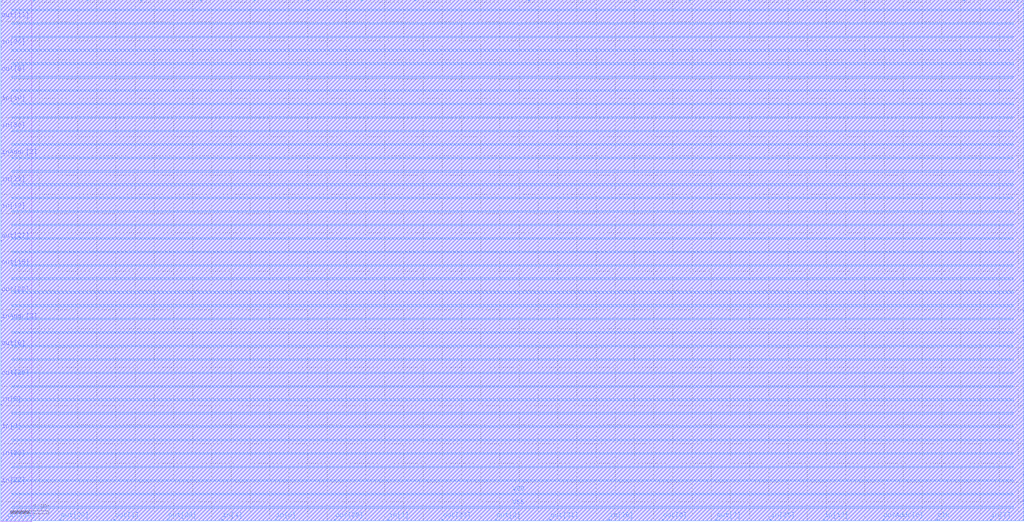
<source format=lef>
VERSION 5.8 ;
BUSBITCHARS "[]" ;
DIVIDERCHAR "/" ;
UNITS
    DATABASE MICRONS 2000 ;
END UNITS

MACRO memMod_dist_2
  FOREIGN memMod_dist_2 0 0 ;
  CLASS BLOCK ;
  SIZE 106.57 BY 54.285 ;
  PIN VSS
    USE GROUND ;
    DIRECTION INOUT ;
    PORT
      LAYER metal4 ;
        RECT  1.14 51.715 105.45 51.885 ;
        RECT  1.14 48.915 105.45 49.085 ;
        RECT  1.14 46.115 105.45 46.285 ;
        RECT  1.14 43.315 105.45 43.485 ;
        RECT  1.14 40.515 105.45 40.685 ;
        RECT  1.14 37.715 105.45 37.885 ;
        RECT  1.14 34.915 105.45 35.085 ;
        RECT  1.14 32.115 105.45 32.285 ;
        RECT  1.14 29.315 105.45 29.485 ;
        RECT  1.14 26.515 105.45 26.685 ;
        RECT  1.14 23.715 105.45 23.885 ;
        RECT  1.14 20.915 105.45 21.085 ;
        RECT  1.14 18.115 105.45 18.285 ;
        RECT  1.14 15.315 105.45 15.485 ;
        RECT  1.14 12.515 105.45 12.685 ;
        RECT  1.14 9.715 105.45 9.885 ;
        RECT  1.14 6.915 105.45 7.085 ;
        RECT  1.14 4.115 105.45 4.285 ;
        RECT  1.14 1.315 105.45 1.485 ;
    END
  END VSS
  PIN VDD
    USE POWER ;
    DIRECTION INOUT ;
    PORT
      LAYER metal4 ;
        RECT  1.14 53.115 105.45 53.285 ;
        RECT  1.14 50.315 105.45 50.485 ;
        RECT  1.14 47.515 105.45 47.685 ;
        RECT  1.14 44.715 105.45 44.885 ;
        RECT  1.14 41.915 105.45 42.085 ;
        RECT  1.14 39.115 105.45 39.285 ;
        RECT  1.14 36.315 105.45 36.485 ;
        RECT  1.14 33.515 105.45 33.685 ;
        RECT  1.14 30.715 105.45 30.885 ;
        RECT  1.14 27.915 105.45 28.085 ;
        RECT  1.14 25.115 105.45 25.285 ;
        RECT  1.14 22.315 105.45 22.485 ;
        RECT  1.14 19.515 105.45 19.685 ;
        RECT  1.14 16.715 105.45 16.885 ;
        RECT  1.14 13.915 105.45 14.085 ;
        RECT  1.14 11.115 105.45 11.285 ;
        RECT  1.14 8.315 105.45 8.485 ;
        RECT  1.14 5.515 105.45 5.685 ;
        RECT  1.14 2.715 105.45 2.885 ;
    END
  END VDD
  PIN clk
    DIRECTION INPUT ;
    USE SIGNAL ;
    PORT
      LAYER metal4 ;
        RECT  97.465 0 97.605 0.14 ;
    END
  END clk
  PIN inAddr[0]
    DIRECTION INPUT ;
    USE SIGNAL ;
    PORT
      LAYER metal3 ;
        RECT  106.5 10.675 106.57 10.745 ;
    END
  END inAddr[0]
  PIN inAddr[1]
    DIRECTION INPUT ;
    USE SIGNAL ;
    PORT
      LAYER metal3 ;
        RECT  106.5 33.355 106.57 33.425 ;
    END
  END inAddr[1]
  PIN inAddr[2]
    DIRECTION INPUT ;
    USE SIGNAL ;
    PORT
      LAYER metal3 ;
        RECT  0 37.835 0.07 37.905 ;
    END
  END inAddr[2]
  PIN inAddr[3]
    DIRECTION INPUT ;
    USE SIGNAL ;
    PORT
      LAYER metal3 ;
        RECT  0 20.755 0.07 20.825 ;
    END
  END inAddr[3]
  PIN in[0]
    DIRECTION INPUT ;
    USE SIGNAL ;
    PORT
      LAYER metal4 ;
        RECT  28.585 0 28.725 0.14 ;
    END
  END in[0]
  PIN in[10]
    DIRECTION INPUT ;
    USE SIGNAL ;
    PORT
      LAYER metal4 ;
        RECT  77.865 54.145 78.005 54.285 ;
    END
  END in[10]
  PIN in[11]
    DIRECTION INPUT ;
    USE SIGNAL ;
    PORT
      LAYER metal4 ;
        RECT  105.865 54.145 106.005 54.285 ;
    END
  END in[11]
  PIN in[12]
    DIRECTION INPUT ;
    USE SIGNAL ;
    PORT
      LAYER metal3 ;
        RECT  0 32.235 0.07 32.305 ;
    END
  END in[12]
  PIN in[13]
    DIRECTION INPUT ;
    USE SIGNAL ;
    PORT
      LAYER metal4 ;
        RECT  85.705 0 85.845 0.14 ;
    END
  END in[13]
  PIN in[14]
    DIRECTION INPUT ;
    USE SIGNAL ;
    PORT
      LAYER metal3 ;
        RECT  106.5 7.595 106.57 7.665 ;
    END
  END in[14]
  PIN in[15]
    DIRECTION INPUT ;
    USE SIGNAL ;
    PORT
      LAYER metal3 ;
        RECT  106.5 16.275 106.57 16.345 ;
    END
  END in[15]
  PIN in[16]
    DIRECTION INPUT ;
    USE SIGNAL ;
    PORT
      LAYER metal3 ;
        RECT  106.5 39.235 106.57 39.305 ;
    END
  END in[16]
  PIN in[17]
    DIRECTION INPUT ;
    USE SIGNAL ;
    PORT
      LAYER metal3 ;
        RECT  106.5 42.035 106.57 42.105 ;
    END
  END in[17]
  PIN in[18]
    DIRECTION INPUT ;
    USE SIGNAL ;
    PORT
      LAYER metal4 ;
        RECT  37.545 54.145 37.685 54.285 ;
    END
  END in[18]
  PIN in[19]
    DIRECTION INPUT ;
    USE SIGNAL ;
    PORT
      LAYER metal3 ;
        RECT  0 43.435 0.07 43.505 ;
    END
  END in[19]
  PIN in[1]
    DIRECTION INPUT ;
    USE SIGNAL ;
    PORT
      LAYER metal4 ;
        RECT  40.345 0 40.485 0.14 ;
    END
  END in[1]
  PIN in[20]
    DIRECTION INPUT ;
    USE SIGNAL ;
    PORT
      LAYER metal3 ;
        RECT  0 6.475 0.07 6.545 ;
    END
  END in[20]
  PIN in[21]
    DIRECTION INPUT ;
    USE SIGNAL ;
    PORT
      LAYER metal3 ;
        RECT  106.5 13.475 106.57 13.545 ;
    END
  END in[21]
  PIN in[22]
    DIRECTION INPUT ;
    USE SIGNAL ;
    PORT
      LAYER metal3 ;
        RECT  0 3.675 0.07 3.745 ;
    END
  END in[22]
  PIN in[23]
    DIRECTION INPUT ;
    USE SIGNAL ;
    PORT
      LAYER metal3 ;
        RECT  106.5 30.555 106.57 30.625 ;
    END
  END in[23]
  PIN in[24]
    DIRECTION INPUT ;
    USE SIGNAL ;
    PORT
      LAYER metal3 ;
        RECT  106.5 36.155 106.57 36.225 ;
    END
  END in[24]
  PIN in[25]
    DIRECTION INPUT ;
    USE SIGNAL ;
    PORT
      LAYER metal4 ;
        RECT  80.105 0 80.245 0.14 ;
    END
  END in[25]
  PIN in[26]
    DIRECTION INPUT ;
    USE SIGNAL ;
    PORT
      LAYER metal3 ;
        RECT  0 49.315 0.07 49.385 ;
    END
  END in[26]
  PIN in[27]
    DIRECTION INPUT ;
    USE SIGNAL ;
    PORT
      LAYER metal4 ;
        RECT  20.745 54.145 20.885 54.285 ;
    END
  END in[27]
  PIN in[28]
    DIRECTION INPUT ;
    USE SIGNAL ;
    PORT
      LAYER metal4 ;
        RECT  63.305 0 63.445 0.14 ;
    END
  END in[28]
  PIN in[29]
    DIRECTION INPUT ;
    USE SIGNAL ;
    PORT
      LAYER metal3 ;
        RECT  0 35.035 0.07 35.105 ;
    END
  END in[29]
  PIN in[2]
    DIRECTION INPUT ;
    USE SIGNAL ;
    PORT
      LAYER metal4 ;
        RECT  8.985 54.145 9.125 54.285 ;
    END
  END in[2]
  PIN in[30]
    DIRECTION INPUT ;
    USE SIGNAL ;
    PORT
      LAYER metal3 ;
        RECT  0 40.635 0.07 40.705 ;
    END
  END in[30]
  PIN in[31]
    DIRECTION INPUT ;
    USE SIGNAL ;
    PORT
      LAYER metal4 ;
        RECT  71.705 54.145 71.845 54.285 ;
    END
  END in[31]
  PIN in[3]
    DIRECTION INPUT ;
    USE SIGNAL ;
    PORT
      LAYER metal3 ;
        RECT  0 9.275 0.07 9.345 ;
    END
  END in[3]
  PIN in[4]
    DIRECTION INPUT ;
    USE SIGNAL ;
    PORT
      LAYER metal4 ;
        RECT  22.985 0 23.125 0.14 ;
    END
  END in[4]
  PIN in[5]
    DIRECTION INPUT ;
    USE SIGNAL ;
    PORT
      LAYER metal3 ;
        RECT  0 12.075 0.07 12.145 ;
    END
  END in[5]
  PIN in[6]
    DIRECTION INPUT ;
    USE SIGNAL ;
    PORT
      LAYER metal4 ;
        RECT  3.385 54.145 3.525 54.285 ;
    END
  END in[6]
  PIN in[7]
    DIRECTION INPUT ;
    USE SIGNAL ;
    PORT
      LAYER metal4 ;
        RECT  103.065 0 103.205 0.14 ;
    END
  END in[7]
  PIN in[8]
    DIRECTION INPUT ;
    USE SIGNAL ;
    PORT
      LAYER metal4 ;
        RECT  49.305 54.145 49.445 54.285 ;
    END
  END in[8]
  PIN in[9]
    DIRECTION INPUT ;
    USE SIGNAL ;
    PORT
      LAYER metal4 ;
        RECT  100.265 54.145 100.405 54.285 ;
    END
  END in[9]
  PIN outAddr[0]
    DIRECTION INPUT ;
    USE SIGNAL ;
    PORT
      LAYER metal4 ;
        RECT  91.865 0 92.005 0.14 ;
    END
  END outAddr[0]
  PIN outAddr[1]
    DIRECTION INPUT ;
    USE SIGNAL ;
    PORT
      LAYER metal4 ;
        RECT  54.905 54.145 55.045 54.285 ;
    END
  END outAddr[1]
  PIN outAddr[2]
    DIRECTION INPUT ;
    USE SIGNAL ;
    PORT
      LAYER metal3 ;
        RECT  106.5 4.795 106.57 4.865 ;
    END
  END outAddr[2]
  PIN outAddr[3]
    DIRECTION INPUT ;
    USE SIGNAL ;
    PORT
      LAYER metal3 ;
        RECT  106.5 19.075 106.57 19.145 ;
    END
  END outAddr[3]
  PIN out[0]
    DIRECTION OUTPUT ;
    USE SIGNAL ;
    PORT
      LAYER metal4 ;
        RECT  68.905 0 69.045 0.14 ;
    END
  END out[0]
  PIN out[10]
    DIRECTION OUTPUT ;
    USE SIGNAL ;
    PORT
      LAYER metal3 ;
        RECT  106.5 21.875 106.57 21.945 ;
    END
  END out[10]
  PIN out[11]
    DIRECTION OUTPUT ;
    USE SIGNAL ;
    PORT
      LAYER metal4 ;
        RECT  43.145 54.145 43.285 54.285 ;
    END
  END out[11]
  PIN out[12]
    DIRECTION OUTPUT ;
    USE SIGNAL ;
    PORT
      LAYER metal4 ;
        RECT  66.105 54.145 66.245 54.285 ;
    END
  END out[12]
  PIN out[13]
    DIRECTION OUTPUT ;
    USE SIGNAL ;
    PORT
      LAYER metal3 ;
        RECT  0 52.115 0.07 52.185 ;
    END
  END out[13]
  PIN out[14]
    DIRECTION OUTPUT ;
    USE SIGNAL ;
    PORT
      LAYER metal4 ;
        RECT  0.585 0 0.725 0.14 ;
    END
  END out[14]
  PIN out[15]
    DIRECTION OUTPUT ;
    USE SIGNAL ;
    PORT
      LAYER metal3 ;
        RECT  0 26.355 0.07 26.425 ;
    END
  END out[15]
  PIN out[16]
    DIRECTION OUTPUT ;
    USE SIGNAL ;
    PORT
      LAYER metal4 ;
        RECT  60.505 54.145 60.645 54.285 ;
    END
  END out[16]
  PIN out[17]
    DIRECTION OUTPUT ;
    USE SIGNAL ;
    PORT
      LAYER metal4 ;
        RECT  83.465 54.145 83.605 54.285 ;
    END
  END out[17]
  PIN out[18]
    DIRECTION OUTPUT ;
    USE SIGNAL ;
    PORT
      LAYER metal3 ;
        RECT  106.5 50.435 106.57 50.505 ;
    END
  END out[18]
  PIN out[19]
    DIRECTION OUTPUT ;
    USE SIGNAL ;
    PORT
      LAYER metal4 ;
        RECT  31.945 54.145 32.085 54.285 ;
    END
  END out[19]
  PIN out[1]
    DIRECTION OUTPUT ;
    USE SIGNAL ;
    PORT
      LAYER metal4 ;
        RECT  11.785 0 11.925 0.14 ;
    END
  END out[1]
  PIN out[20]
    DIRECTION OUTPUT ;
    USE SIGNAL ;
    PORT
      LAYER metal4 ;
        RECT  6.185 0 6.325 0.14 ;
    END
  END out[20]
  PIN out[21]
    DIRECTION OUTPUT ;
    USE SIGNAL ;
    PORT
      LAYER metal3 ;
        RECT  106.5 47.635 106.57 47.705 ;
    END
  END out[21]
  PIN out[22]
    DIRECTION OUTPUT ;
    USE SIGNAL ;
    PORT
      LAYER metal3 ;
        RECT  0 23.555 0.07 23.625 ;
    END
  END out[22]
  PIN out[23]
    DIRECTION OUTPUT ;
    USE SIGNAL ;
    PORT
      LAYER metal4 ;
        RECT  45.945 0 46.085 0.14 ;
    END
  END out[23]
  PIN out[24]
    DIRECTION OUTPUT ;
    USE SIGNAL ;
    PORT
      LAYER metal3 ;
        RECT  106.5 44.835 106.57 44.905 ;
    END
  END out[24]
  PIN out[25]
    DIRECTION OUTPUT ;
    USE SIGNAL ;
    PORT
      LAYER metal3 ;
        RECT  106.5 1.995 106.57 2.065 ;
    END
  END out[25]
  PIN out[26]
    DIRECTION OUTPUT ;
    USE SIGNAL ;
    PORT
      LAYER metal3 ;
        RECT  0 14.875 0.07 14.945 ;
    END
  END out[26]
  PIN out[27]
    DIRECTION OUTPUT ;
    USE SIGNAL ;
    PORT
      LAYER metal3 ;
        RECT  0 29.155 0.07 29.225 ;
    END
  END out[27]
  PIN out[28]
    DIRECTION OUTPUT ;
    USE SIGNAL ;
    PORT
      LAYER metal4 ;
        RECT  17.385 0 17.525 0.14 ;
    END
  END out[28]
  PIN out[29]
    DIRECTION OUTPUT ;
    USE SIGNAL ;
    PORT
      LAYER metal4 ;
        RECT  34.745 0 34.885 0.14 ;
    END
  END out[29]
  PIN out[2]
    DIRECTION OUTPUT ;
    USE SIGNAL ;
    PORT
      LAYER metal4 ;
        RECT  51.545 0 51.685 0.14 ;
    END
  END out[2]
  PIN out[30]
    DIRECTION OUTPUT ;
    USE SIGNAL ;
    PORT
      LAYER metal3 ;
        RECT  106.5 27.755 106.57 27.825 ;
    END
  END out[30]
  PIN out[31]
    DIRECTION OUTPUT ;
    USE SIGNAL ;
    PORT
      LAYER metal4 ;
        RECT  57.145 0 57.285 0.14 ;
    END
  END out[31]
  PIN out[3]
    DIRECTION OUTPUT ;
    USE SIGNAL ;
    PORT
      LAYER metal4 ;
        RECT  94.665 54.145 94.805 54.285 ;
    END
  END out[3]
  PIN out[4]
    DIRECTION OUTPUT ;
    USE SIGNAL ;
    PORT
      LAYER metal4 ;
        RECT  89.065 54.145 89.205 54.285 ;
    END
  END out[4]
  PIN out[5]
    DIRECTION OUTPUT ;
    USE SIGNAL ;
    PORT
      LAYER metal4 ;
        RECT  14.585 54.145 14.725 54.285 ;
    END
  END out[5]
  PIN out[6]
    DIRECTION OUTPUT ;
    USE SIGNAL ;
    PORT
      LAYER metal4 ;
        RECT  26.345 54.145 26.485 54.285 ;
    END
  END out[6]
  PIN out[7]
    DIRECTION OUTPUT ;
    USE SIGNAL ;
    PORT
      LAYER metal4 ;
        RECT  74.505 0 74.645 0.14 ;
    END
  END out[7]
  PIN out[8]
    DIRECTION OUTPUT ;
    USE SIGNAL ;
    PORT
      LAYER metal3 ;
        RECT  0 17.955 0.07 18.025 ;
    END
  END out[8]
  PIN out[9]
    DIRECTION OUTPUT ;
    USE SIGNAL ;
    PORT
      LAYER metal3 ;
        RECT  0 46.515 0.07 46.585 ;
    END
  END out[9]
  PIN writeSel
    DIRECTION INPUT ;
    USE SIGNAL ;
    PORT
      LAYER metal3 ;
        RECT  106.5 24.955 106.57 25.025 ;
    END
  END writeSel
  OBS
    LAYER metal1 ;
     RECT  0 -0.085 3.23 54.285 ;
     RECT  3.23 0 106.57 54.285 ;
    LAYER metal2 ;
     RECT  0 0 106.57 54.285 ;
    LAYER metal3 ;
     RECT  0 0 106.57 54.285 ;
    LAYER metal4 ;
     RECT  0 0 106.57 54.285 ;
  END
END memMod_dist_2
END LIBRARY

</source>
